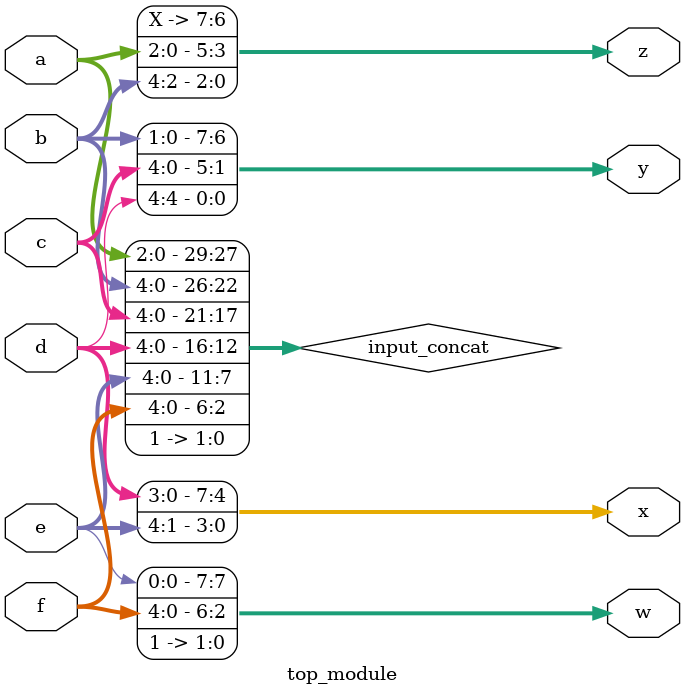
<source format=sv>
module top_module (
    input [4:0] a,
    input [4:0] b,
    input [4:0] c,
    input [4:0] d,
    input [4:0] e,
    input [4:0] f,
    output [7:0] w,
    output [7:0] x,
    output [7:0] y,
    output [7:0] z
);

wire [29:0] input_concat;

assign input_concat = {a, b, c, d, e, f, 2'b11};

assign w = input_concat[7:0];
assign x = input_concat[15:8];
assign y = input_concat[23:16];
assign z = input_concat[31:24];

endmodule

</source>
